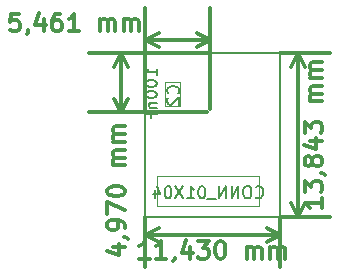
<source format=gbr>
G04 #@! TF.FileFunction,Other,Fab,Bot*
%FSLAX46Y46*%
G04 Gerber Fmt 4.6, Leading zero omitted, Abs format (unit mm)*
G04 Created by KiCad (PCBNEW 4.0.7) date 12/05/18 11:45:52*
%MOMM*%
%LPD*%
G01*
G04 APERTURE LIST*
%ADD10C,0.100000*%
%ADD11C,0.300000*%
%ADD12C,0.200000*%
%ADD13C,0.150000*%
G04 APERTURE END LIST*
D10*
D11*
X117557571Y-119649713D02*
X118557571Y-119649713D01*
X116986143Y-120006856D02*
X118057571Y-120363999D01*
X118057571Y-119435427D01*
X118486143Y-118792571D02*
X118557571Y-118792571D01*
X118700429Y-118863999D01*
X118771857Y-118935428D01*
X118557571Y-118078285D02*
X118557571Y-117792570D01*
X118486143Y-117649713D01*
X118414714Y-117578285D01*
X118200429Y-117435427D01*
X117914714Y-117363999D01*
X117343286Y-117363999D01*
X117200429Y-117435427D01*
X117129000Y-117506856D01*
X117057571Y-117649713D01*
X117057571Y-117935427D01*
X117129000Y-118078285D01*
X117200429Y-118149713D01*
X117343286Y-118221142D01*
X117700429Y-118221142D01*
X117843286Y-118149713D01*
X117914714Y-118078285D01*
X117986143Y-117935427D01*
X117986143Y-117649713D01*
X117914714Y-117506856D01*
X117843286Y-117435427D01*
X117700429Y-117363999D01*
X117057571Y-116863999D02*
X117057571Y-115863999D01*
X118557571Y-116506856D01*
X117057571Y-115006857D02*
X117057571Y-114864000D01*
X117129000Y-114721143D01*
X117200429Y-114649714D01*
X117343286Y-114578285D01*
X117629000Y-114506857D01*
X117986143Y-114506857D01*
X118271857Y-114578285D01*
X118414714Y-114649714D01*
X118486143Y-114721143D01*
X118557571Y-114864000D01*
X118557571Y-115006857D01*
X118486143Y-115149714D01*
X118414714Y-115221143D01*
X118271857Y-115292571D01*
X117986143Y-115364000D01*
X117629000Y-115364000D01*
X117343286Y-115292571D01*
X117200429Y-115221143D01*
X117129000Y-115149714D01*
X117057571Y-115006857D01*
X118557571Y-112721143D02*
X117557571Y-112721143D01*
X117700429Y-112721143D02*
X117629000Y-112649715D01*
X117557571Y-112506857D01*
X117557571Y-112292572D01*
X117629000Y-112149715D01*
X117771857Y-112078286D01*
X118557571Y-112078286D01*
X117771857Y-112078286D02*
X117629000Y-112006857D01*
X117557571Y-111864000D01*
X117557571Y-111649715D01*
X117629000Y-111506857D01*
X117771857Y-111435429D01*
X118557571Y-111435429D01*
X118557571Y-110721143D02*
X117557571Y-110721143D01*
X117700429Y-110721143D02*
X117629000Y-110649715D01*
X117557571Y-110506857D01*
X117557571Y-110292572D01*
X117629000Y-110149715D01*
X117771857Y-110078286D01*
X118557571Y-110078286D01*
X117771857Y-110078286D02*
X117629000Y-110006857D01*
X117557571Y-109864000D01*
X117557571Y-109649715D01*
X117629000Y-109506857D01*
X117771857Y-109435429D01*
X118557571Y-109435429D01*
X118189000Y-108224000D02*
X118189000Y-103254000D01*
X125459000Y-108224000D02*
X115489000Y-108224000D01*
X125459000Y-103254000D02*
X115489000Y-103254000D01*
X118189000Y-103254000D02*
X118775421Y-104380504D01*
X118189000Y-103254000D02*
X117602579Y-104380504D01*
X118189000Y-108224000D02*
X118775421Y-107097496D01*
X118189000Y-108224000D02*
X117602579Y-107097496D01*
X109585716Y-99889571D02*
X108871430Y-99889571D01*
X108800001Y-100603857D01*
X108871430Y-100532429D01*
X109014287Y-100461000D01*
X109371430Y-100461000D01*
X109514287Y-100532429D01*
X109585716Y-100603857D01*
X109657144Y-100746714D01*
X109657144Y-101103857D01*
X109585716Y-101246714D01*
X109514287Y-101318143D01*
X109371430Y-101389571D01*
X109014287Y-101389571D01*
X108871430Y-101318143D01*
X108800001Y-101246714D01*
X110371429Y-101318143D02*
X110371429Y-101389571D01*
X110300001Y-101532429D01*
X110228572Y-101603857D01*
X111657144Y-100389571D02*
X111657144Y-101389571D01*
X111300001Y-99818143D02*
X110942858Y-100889571D01*
X111871430Y-100889571D01*
X113085715Y-99889571D02*
X112800001Y-99889571D01*
X112657144Y-99961000D01*
X112585715Y-100032429D01*
X112442858Y-100246714D01*
X112371429Y-100532429D01*
X112371429Y-101103857D01*
X112442858Y-101246714D01*
X112514286Y-101318143D01*
X112657144Y-101389571D01*
X112942858Y-101389571D01*
X113085715Y-101318143D01*
X113157144Y-101246714D01*
X113228572Y-101103857D01*
X113228572Y-100746714D01*
X113157144Y-100603857D01*
X113085715Y-100532429D01*
X112942858Y-100461000D01*
X112657144Y-100461000D01*
X112514286Y-100532429D01*
X112442858Y-100603857D01*
X112371429Y-100746714D01*
X114657143Y-101389571D02*
X113800000Y-101389571D01*
X114228572Y-101389571D02*
X114228572Y-99889571D01*
X114085715Y-100103857D01*
X113942857Y-100246714D01*
X113800000Y-100318143D01*
X116442857Y-101389571D02*
X116442857Y-100389571D01*
X116442857Y-100532429D02*
X116514285Y-100461000D01*
X116657143Y-100389571D01*
X116871428Y-100389571D01*
X117014285Y-100461000D01*
X117085714Y-100603857D01*
X117085714Y-101389571D01*
X117085714Y-100603857D02*
X117157143Y-100461000D01*
X117300000Y-100389571D01*
X117514285Y-100389571D01*
X117657143Y-100461000D01*
X117728571Y-100603857D01*
X117728571Y-101389571D01*
X118442857Y-101389571D02*
X118442857Y-100389571D01*
X118442857Y-100532429D02*
X118514285Y-100461000D01*
X118657143Y-100389571D01*
X118871428Y-100389571D01*
X119014285Y-100461000D01*
X119085714Y-100603857D01*
X119085714Y-101389571D01*
X119085714Y-100603857D02*
X119157143Y-100461000D01*
X119300000Y-100389571D01*
X119514285Y-100389571D01*
X119657143Y-100461000D01*
X119728571Y-100603857D01*
X119728571Y-101389571D01*
X125730000Y-102108000D02*
X120269000Y-102108000D01*
X125730000Y-107950000D02*
X125730000Y-99408000D01*
X120269000Y-107950000D02*
X120269000Y-99408000D01*
X120269000Y-102108000D02*
X121395504Y-101521579D01*
X120269000Y-102108000D02*
X121395504Y-102694421D01*
X125730000Y-102108000D02*
X124603496Y-101521579D01*
X125730000Y-102108000D02*
X124603496Y-102694421D01*
D12*
X131699000Y-117094000D02*
X131699000Y-103251000D01*
X120269000Y-117094000D02*
X131699000Y-117094000D01*
X120269000Y-103251000D02*
X120269000Y-117094000D01*
X131699000Y-103251000D02*
X120269000Y-103251000D01*
D11*
X120626858Y-120646570D02*
X119769715Y-120646570D01*
X120198287Y-120646570D02*
X120198287Y-119146570D01*
X120055430Y-119360856D01*
X119912572Y-119503713D01*
X119769715Y-119575142D01*
X122055429Y-120646570D02*
X121198286Y-120646570D01*
X121626858Y-120646570D02*
X121626858Y-119146570D01*
X121484001Y-119360856D01*
X121341143Y-119503713D01*
X121198286Y-119575142D01*
X122769714Y-120575142D02*
X122769714Y-120646570D01*
X122698286Y-120789428D01*
X122626857Y-120860856D01*
X124055429Y-119646570D02*
X124055429Y-120646570D01*
X123698286Y-119075142D02*
X123341143Y-120146570D01*
X124269715Y-120146570D01*
X124698286Y-119146570D02*
X125626857Y-119146570D01*
X125126857Y-119717999D01*
X125341143Y-119717999D01*
X125484000Y-119789428D01*
X125555429Y-119860856D01*
X125626857Y-120003713D01*
X125626857Y-120360856D01*
X125555429Y-120503713D01*
X125484000Y-120575142D01*
X125341143Y-120646570D01*
X124912571Y-120646570D01*
X124769714Y-120575142D01*
X124698286Y-120503713D01*
X126555428Y-119146570D02*
X126698285Y-119146570D01*
X126841142Y-119217999D01*
X126912571Y-119289428D01*
X126984000Y-119432285D01*
X127055428Y-119717999D01*
X127055428Y-120075142D01*
X126984000Y-120360856D01*
X126912571Y-120503713D01*
X126841142Y-120575142D01*
X126698285Y-120646570D01*
X126555428Y-120646570D01*
X126412571Y-120575142D01*
X126341142Y-120503713D01*
X126269714Y-120360856D01*
X126198285Y-120075142D01*
X126198285Y-119717999D01*
X126269714Y-119432285D01*
X126341142Y-119289428D01*
X126412571Y-119217999D01*
X126555428Y-119146570D01*
X128841142Y-120646570D02*
X128841142Y-119646570D01*
X128841142Y-119789428D02*
X128912570Y-119717999D01*
X129055428Y-119646570D01*
X129269713Y-119646570D01*
X129412570Y-119717999D01*
X129483999Y-119860856D01*
X129483999Y-120646570D01*
X129483999Y-119860856D02*
X129555428Y-119717999D01*
X129698285Y-119646570D01*
X129912570Y-119646570D01*
X130055428Y-119717999D01*
X130126856Y-119860856D01*
X130126856Y-120646570D01*
X130841142Y-120646570D02*
X130841142Y-119646570D01*
X130841142Y-119789428D02*
X130912570Y-119717999D01*
X131055428Y-119646570D01*
X131269713Y-119646570D01*
X131412570Y-119717999D01*
X131483999Y-119860856D01*
X131483999Y-120646570D01*
X131483999Y-119860856D02*
X131555428Y-119717999D01*
X131698285Y-119646570D01*
X131912570Y-119646570D01*
X132055428Y-119717999D01*
X132126856Y-119860856D01*
X132126856Y-120646570D01*
X120269000Y-118617999D02*
X131699000Y-118617999D01*
X120269000Y-117094000D02*
X120269000Y-121317999D01*
X131699000Y-117094000D02*
X131699000Y-121317999D01*
X131699000Y-118617999D02*
X130572496Y-119204420D01*
X131699000Y-118617999D02*
X130572496Y-118031578D01*
X120269000Y-118617999D02*
X121395504Y-119204420D01*
X120269000Y-118617999D02*
X121395504Y-118031578D01*
X135251570Y-115529642D02*
X135251570Y-116386785D01*
X135251570Y-115958213D02*
X133751570Y-115958213D01*
X133965856Y-116101070D01*
X134108713Y-116243928D01*
X134180142Y-116386785D01*
X133751570Y-115029642D02*
X133751570Y-114101071D01*
X134322999Y-114601071D01*
X134322999Y-114386785D01*
X134394428Y-114243928D01*
X134465856Y-114172499D01*
X134608713Y-114101071D01*
X134965856Y-114101071D01*
X135108713Y-114172499D01*
X135180142Y-114243928D01*
X135251570Y-114386785D01*
X135251570Y-114815357D01*
X135180142Y-114958214D01*
X135108713Y-115029642D01*
X135180142Y-113386786D02*
X135251570Y-113386786D01*
X135394428Y-113458214D01*
X135465856Y-113529643D01*
X134394428Y-112529642D02*
X134322999Y-112672500D01*
X134251570Y-112743928D01*
X134108713Y-112815357D01*
X134037285Y-112815357D01*
X133894428Y-112743928D01*
X133822999Y-112672500D01*
X133751570Y-112529642D01*
X133751570Y-112243928D01*
X133822999Y-112101071D01*
X133894428Y-112029642D01*
X134037285Y-111958214D01*
X134108713Y-111958214D01*
X134251570Y-112029642D01*
X134322999Y-112101071D01*
X134394428Y-112243928D01*
X134394428Y-112529642D01*
X134465856Y-112672500D01*
X134537285Y-112743928D01*
X134680142Y-112815357D01*
X134965856Y-112815357D01*
X135108713Y-112743928D01*
X135180142Y-112672500D01*
X135251570Y-112529642D01*
X135251570Y-112243928D01*
X135180142Y-112101071D01*
X135108713Y-112029642D01*
X134965856Y-111958214D01*
X134680142Y-111958214D01*
X134537285Y-112029642D01*
X134465856Y-112101071D01*
X134394428Y-112243928D01*
X134251570Y-110672500D02*
X135251570Y-110672500D01*
X133680142Y-111029643D02*
X134751570Y-111386786D01*
X134751570Y-110458214D01*
X133751570Y-110029643D02*
X133751570Y-109101072D01*
X134322999Y-109601072D01*
X134322999Y-109386786D01*
X134394428Y-109243929D01*
X134465856Y-109172500D01*
X134608713Y-109101072D01*
X134965856Y-109101072D01*
X135108713Y-109172500D01*
X135180142Y-109243929D01*
X135251570Y-109386786D01*
X135251570Y-109815358D01*
X135180142Y-109958215D01*
X135108713Y-110029643D01*
X135251570Y-107315358D02*
X134251570Y-107315358D01*
X134394428Y-107315358D02*
X134322999Y-107243930D01*
X134251570Y-107101072D01*
X134251570Y-106886787D01*
X134322999Y-106743930D01*
X134465856Y-106672501D01*
X135251570Y-106672501D01*
X134465856Y-106672501D02*
X134322999Y-106601072D01*
X134251570Y-106458215D01*
X134251570Y-106243930D01*
X134322999Y-106101072D01*
X134465856Y-106029644D01*
X135251570Y-106029644D01*
X135251570Y-105315358D02*
X134251570Y-105315358D01*
X134394428Y-105315358D02*
X134322999Y-105243930D01*
X134251570Y-105101072D01*
X134251570Y-104886787D01*
X134322999Y-104743930D01*
X134465856Y-104672501D01*
X135251570Y-104672501D01*
X134465856Y-104672501D02*
X134322999Y-104601072D01*
X134251570Y-104458215D01*
X134251570Y-104243930D01*
X134322999Y-104101072D01*
X134465856Y-104029644D01*
X135251570Y-104029644D01*
X133222999Y-117094000D02*
X133222999Y-103251000D01*
X131699000Y-117094000D02*
X135922999Y-117094000D01*
X131699000Y-103251000D02*
X135922999Y-103251000D01*
X133222999Y-103251000D02*
X133809420Y-104377504D01*
X133222999Y-103251000D02*
X132636578Y-104377504D01*
X133222999Y-117094000D02*
X133809420Y-115967496D01*
X133222999Y-117094000D02*
X132636578Y-115967496D01*
D10*
X121285000Y-116205000D02*
X129921000Y-116205000D01*
X129921000Y-113665000D02*
X121285000Y-113665000D01*
X129921000Y-113665000D02*
X129921000Y-116205000D01*
X121285000Y-116205000D02*
X121285000Y-113665000D01*
X121935000Y-107680000D02*
X123175000Y-107680000D01*
X121935000Y-105680000D02*
X121935000Y-107680000D01*
X123175000Y-105680000D02*
X121935000Y-105680000D01*
X123175000Y-107680000D02*
X123175000Y-105680000D01*
D13*
X129626809Y-115419143D02*
X129674428Y-115466762D01*
X129817285Y-115514381D01*
X129912523Y-115514381D01*
X130055381Y-115466762D01*
X130150619Y-115371524D01*
X130198238Y-115276286D01*
X130245857Y-115085810D01*
X130245857Y-114942952D01*
X130198238Y-114752476D01*
X130150619Y-114657238D01*
X130055381Y-114562000D01*
X129912523Y-114514381D01*
X129817285Y-114514381D01*
X129674428Y-114562000D01*
X129626809Y-114609619D01*
X129007762Y-114514381D02*
X128817285Y-114514381D01*
X128722047Y-114562000D01*
X128626809Y-114657238D01*
X128579190Y-114847714D01*
X128579190Y-115181048D01*
X128626809Y-115371524D01*
X128722047Y-115466762D01*
X128817285Y-115514381D01*
X129007762Y-115514381D01*
X129103000Y-115466762D01*
X129198238Y-115371524D01*
X129245857Y-115181048D01*
X129245857Y-114847714D01*
X129198238Y-114657238D01*
X129103000Y-114562000D01*
X129007762Y-114514381D01*
X128150619Y-115514381D02*
X128150619Y-114514381D01*
X127579190Y-115514381D01*
X127579190Y-114514381D01*
X127103000Y-115514381D02*
X127103000Y-114514381D01*
X126531571Y-115514381D01*
X126531571Y-114514381D01*
X126293476Y-115609619D02*
X125531571Y-115609619D01*
X125103000Y-114514381D02*
X125007761Y-114514381D01*
X124912523Y-114562000D01*
X124864904Y-114609619D01*
X124817285Y-114704857D01*
X124769666Y-114895333D01*
X124769666Y-115133429D01*
X124817285Y-115323905D01*
X124864904Y-115419143D01*
X124912523Y-115466762D01*
X125007761Y-115514381D01*
X125103000Y-115514381D01*
X125198238Y-115466762D01*
X125245857Y-115419143D01*
X125293476Y-115323905D01*
X125341095Y-115133429D01*
X125341095Y-114895333D01*
X125293476Y-114704857D01*
X125245857Y-114609619D01*
X125198238Y-114562000D01*
X125103000Y-114514381D01*
X123817285Y-115514381D02*
X124388714Y-115514381D01*
X124103000Y-115514381D02*
X124103000Y-114514381D01*
X124198238Y-114657238D01*
X124293476Y-114752476D01*
X124388714Y-114800095D01*
X123483952Y-114514381D02*
X122817285Y-115514381D01*
X122817285Y-114514381D02*
X123483952Y-115514381D01*
X122245857Y-114514381D02*
X122150618Y-114514381D01*
X122055380Y-114562000D01*
X122007761Y-114609619D01*
X121960142Y-114704857D01*
X121912523Y-114895333D01*
X121912523Y-115133429D01*
X121960142Y-115323905D01*
X122007761Y-115419143D01*
X122055380Y-115466762D01*
X122150618Y-115514381D01*
X122245857Y-115514381D01*
X122341095Y-115466762D01*
X122388714Y-115419143D01*
X122436333Y-115323905D01*
X122483952Y-115133429D01*
X122483952Y-114895333D01*
X122436333Y-114704857D01*
X122388714Y-114609619D01*
X122341095Y-114562000D01*
X122245857Y-114514381D01*
X121055380Y-114847714D02*
X121055380Y-115514381D01*
X121293476Y-114466762D02*
X121531571Y-115181048D01*
X120912523Y-115181048D01*
X121257381Y-105132381D02*
X121257381Y-104560952D01*
X121257381Y-104846666D02*
X120257381Y-104846666D01*
X120400238Y-104751428D01*
X120495476Y-104656190D01*
X120543095Y-104560952D01*
X120257381Y-105751428D02*
X120257381Y-105846667D01*
X120305000Y-105941905D01*
X120352619Y-105989524D01*
X120447857Y-106037143D01*
X120638333Y-106084762D01*
X120876429Y-106084762D01*
X121066905Y-106037143D01*
X121162143Y-105989524D01*
X121209762Y-105941905D01*
X121257381Y-105846667D01*
X121257381Y-105751428D01*
X121209762Y-105656190D01*
X121162143Y-105608571D01*
X121066905Y-105560952D01*
X120876429Y-105513333D01*
X120638333Y-105513333D01*
X120447857Y-105560952D01*
X120352619Y-105608571D01*
X120305000Y-105656190D01*
X120257381Y-105751428D01*
X120257381Y-106703809D02*
X120257381Y-106799048D01*
X120305000Y-106894286D01*
X120352619Y-106941905D01*
X120447857Y-106989524D01*
X120638333Y-107037143D01*
X120876429Y-107037143D01*
X121066905Y-106989524D01*
X121162143Y-106941905D01*
X121209762Y-106894286D01*
X121257381Y-106799048D01*
X121257381Y-106703809D01*
X121209762Y-106608571D01*
X121162143Y-106560952D01*
X121066905Y-106513333D01*
X120876429Y-106465714D01*
X120638333Y-106465714D01*
X120447857Y-106513333D01*
X120352619Y-106560952D01*
X120305000Y-106608571D01*
X120257381Y-106703809D01*
X120590714Y-107465714D02*
X121257381Y-107465714D01*
X120685952Y-107465714D02*
X120638333Y-107513333D01*
X120590714Y-107608571D01*
X120590714Y-107751429D01*
X120638333Y-107846667D01*
X120733571Y-107894286D01*
X121257381Y-107894286D01*
X120733571Y-108703810D02*
X120733571Y-108370476D01*
X121257381Y-108370476D02*
X120257381Y-108370476D01*
X120257381Y-108846667D01*
X123039143Y-106640334D02*
X123086762Y-106592715D01*
X123134381Y-106449858D01*
X123134381Y-106354620D01*
X123086762Y-106211762D01*
X122991524Y-106116524D01*
X122896286Y-106068905D01*
X122705810Y-106021286D01*
X122562952Y-106021286D01*
X122372476Y-106068905D01*
X122277238Y-106116524D01*
X122182000Y-106211762D01*
X122134381Y-106354620D01*
X122134381Y-106449858D01*
X122182000Y-106592715D01*
X122229619Y-106640334D01*
X122229619Y-107021286D02*
X122182000Y-107068905D01*
X122134381Y-107164143D01*
X122134381Y-107402239D01*
X122182000Y-107497477D01*
X122229619Y-107545096D01*
X122324857Y-107592715D01*
X122420095Y-107592715D01*
X122562952Y-107545096D01*
X123134381Y-106973667D01*
X123134381Y-107592715D01*
M02*

</source>
